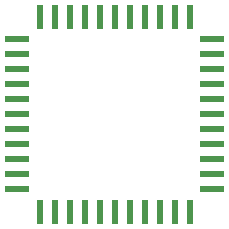
<source format=gtp>
G04*
G04 #@! TF.GenerationSoftware,Altium Limited,Altium Designer,23.8.1 (32)*
G04*
G04 Layer_Color=8421504*
%FSLAX44Y44*%
%MOMM*%
G71*
G04*
G04 #@! TF.SameCoordinates,DF38465C-164B-46F8-8289-0D746A6B0DDA*
G04*
G04*
G04 #@! TF.FilePolarity,Positive*
G04*
G01*
G75*
%ADD14R,0.6000X2.0000*%
%ADD15R,2.0000X0.6000*%
D14*
X-329347Y296221D02*
D03*
X-316647D02*
D03*
X-303947D02*
D03*
X-291247D02*
D03*
X-278547D02*
D03*
X-265847D02*
D03*
X-253147D02*
D03*
X-240447D02*
D03*
X-227747D02*
D03*
X-215047D02*
D03*
X-202347D02*
D03*
Y131121D02*
D03*
X-215047D02*
D03*
X-227747D02*
D03*
X-240447D02*
D03*
X-253147D02*
D03*
X-265847D02*
D03*
X-278547D02*
D03*
X-291247D02*
D03*
X-316647D02*
D03*
X-329347D02*
D03*
X-303947D02*
D03*
D15*
X-348397Y150171D02*
D03*
Y162871D02*
D03*
Y175571D02*
D03*
Y188271D02*
D03*
Y200971D02*
D03*
Y213671D02*
D03*
Y226371D02*
D03*
Y239071D02*
D03*
Y251771D02*
D03*
Y264471D02*
D03*
Y277171D02*
D03*
X-183297Y150171D02*
D03*
Y277171D02*
D03*
Y264471D02*
D03*
Y251771D02*
D03*
Y239071D02*
D03*
Y226371D02*
D03*
Y213671D02*
D03*
Y200971D02*
D03*
Y188271D02*
D03*
Y175571D02*
D03*
Y162871D02*
D03*
M02*

</source>
